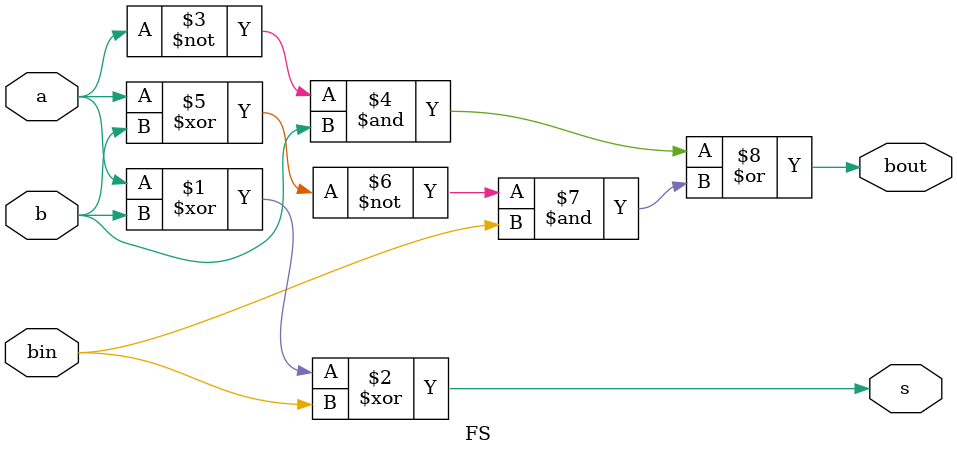
<source format=v>
module FS(input a,b,bin,output s,bout);
  assign s=a^b^bin;
  assign bout=(~a&b)|~(a^b)&bin;
endmodule

</source>
